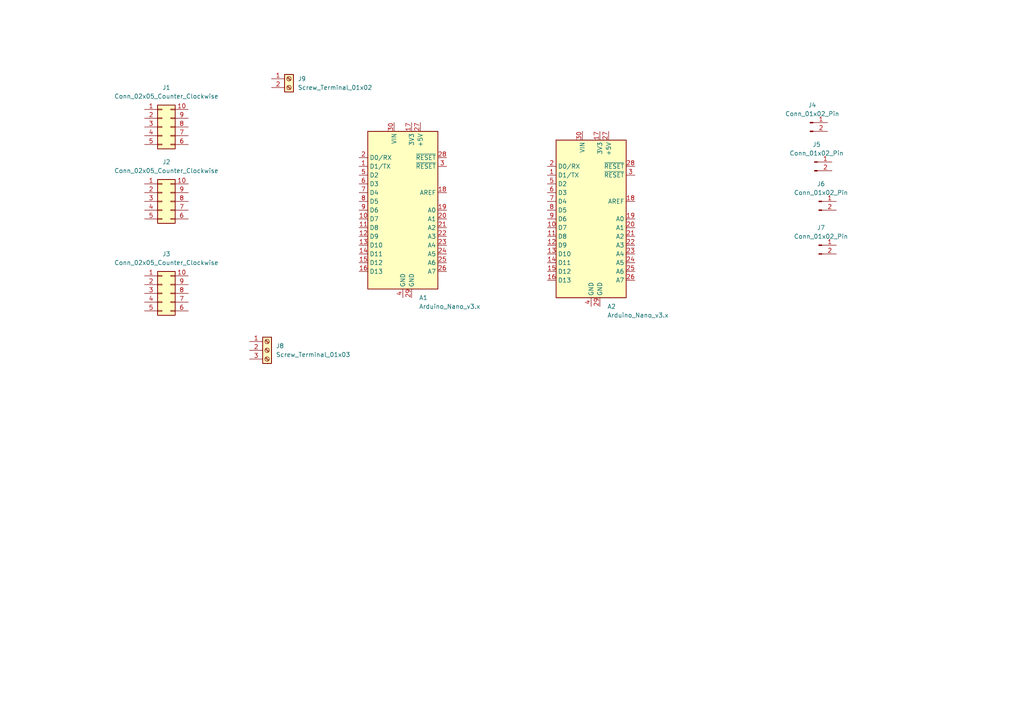
<source format=kicad_sch>
(kicad_sch (version 20250114) (generator "eeschema") (generator_version "9.0")
  (paper "A4")
  (lib_symbols
    (symbol "Connector:Conn_01x02_Pin" (pin_names (offset 1.016) (hide yes))
      (property "Reference" "J" (at 0 2.54 0))
      (property "Value" "Conn_01x02_Pin" (at 0 -5.08 0))
      (symbol "Conn_01x02_Pin_1_1"
        (rectangle (start 0.8636 0.127) (end 0 -0.127) (stroke (width 0.1524)) (fill (type outline)))
        (rectangle (start 0.8636 -2.413) (end 0 -2.667) (stroke (width 0.1524)) (fill (type outline)))
        (polyline (pts (xy 1.27 0) (xy 0.8636 0)) (stroke (width 0.1524)))
        (polyline (pts (xy 1.27 -2.54) (xy 0.8636 -2.54)) (stroke (width 0.1524)))
        (pin passive line (at 5.08 0 180) (length 3.81) (name "Pin_1") (number "1"))
        (pin passive line (at 5.08 -2.54 180) (length 3.81) (name "Pin_2") (number "2"))
      )
    )
    (symbol "Connector:Screw_Terminal_01x02" (pin_names (offset 1.016) (hide yes))
      (property "Reference" "J" (at 0 2.54 0))
      (property "Value" "Screw_Terminal_01x02" (at 0 -5.08 0))
      (symbol "Screw_Terminal_01x02_1_1"
        (rectangle (start -1.27 1.27) (end 1.27 -3.81) (stroke (width 0.254)) (fill (type background)))
        (polyline (pts (xy -0.5334 0.3302) (xy 0.3302 -0.508)) (stroke (width 0.1524)))
        (polyline (pts (xy -0.5334 -2.2098) (xy 0.3302 -3.048)) (stroke (width 0.1524)))
        (polyline (pts (xy -0.3556 0.508) (xy 0.508 -0.3302)) (stroke (width 0.1524)))
        (polyline (pts (xy -0.3556 -2.032) (xy 0.508 -2.8702)) (stroke (width 0.1524)))
        (circle (center 0 0) (radius 0.635) (stroke (width 0.1524)))
        (circle (center 0 -2.54) (radius 0.635) (stroke (width 0.1524)))
        (pin passive line (at -5.08 0 0) (length 3.81) (name "Pin_1") (number "1"))
        (pin passive line (at -5.08 -2.54 0) (length 3.81) (name "Pin_2") (number "2"))
      )
    )
    (symbol "Connector:Screw_Terminal_01x03" (pin_names (offset 1.016) (hide yes))
      (property "Reference" "J" (at 0 5.08 0))
      (property "Value" "Screw_Terminal_01x03" (at 0 -5.08 0))
      (symbol "Screw_Terminal_01x03_1_1"
        (rectangle (start -1.27 3.81) (end 1.27 -3.81) (stroke (width 0.254)) (fill (type background)))
        (polyline (pts (xy -0.5334 2.8702) (xy 0.3302 2.032)) (stroke (width 0.1524)))
        (polyline (pts (xy -0.5334 0.3302) (xy 0.3302 -0.508)) (stroke (width 0.1524)))
        (polyline (pts (xy -0.5334 -2.2098) (xy 0.3302 -3.048)) (stroke (width 0.1524)))
        (polyline (pts (xy -0.3556 3.048) (xy 0.508 2.2098)) (stroke (width 0.1524)))
        (polyline (pts (xy -0.3556 0.508) (xy 0.508 -0.3302)) (stroke (width 0.1524)))
        (polyline (pts (xy -0.3556 -2.032) (xy 0.508 -2.8702)) (stroke (width 0.1524)))
        (circle (center 0 2.54) (radius 0.635) (stroke (width 0.1524)))
        (circle (center 0 0) (radius 0.635) (stroke (width 0.1524)))
        (circle (center 0 -2.54) (radius 0.635) (stroke (width 0.1524)))
        (pin passive line (at -5.08 2.54 0) (length 3.81) (name "Pin_1") (number "1"))
        (pin passive line (at -5.08 0 0) (length 3.81) (name "Pin_2") (number "2"))
        (pin passive line (at -5.08 -2.54 0) (length 3.81) (name "Pin_3") (number "3"))
      )
    )
    (symbol "Connector_Generic:Conn_02x05_Counter_Clockwise" (pin_names (offset 1.016) (hide yes))
      (property "Reference" "J" (at 1.27 7.62 0))
      (property "Value" "Conn_02x05_Counter_Clockwise" (at 1.27 -7.62 0))
      (symbol "Conn_02x05_Counter_Clockwise_1_1"
        (rectangle (start -1.27 6.35) (end 3.81 -6.35) (stroke (width 0.254)) (fill (type background)))
        (rectangle (start -1.27 5.207) (end 0 4.953) (stroke (width 0.1524)))
        (rectangle (start -1.27 2.667) (end 0 2.413) (stroke (width 0.1524)))
        (rectangle (start -1.27 0.127) (end 0 -0.127) (stroke (width 0.1524)))
        (rectangle (start -1.27 -2.413) (end 0 -2.667) (stroke (width 0.1524)))
        (rectangle (start -1.27 -4.953) (end 0 -5.207) (stroke (width 0.1524)))
        (rectangle (start 3.81 5.207) (end 2.54 4.953) (stroke (width 0.1524)))
        (rectangle (start 3.81 2.667) (end 2.54 2.413) (stroke (width 0.1524)))
        (rectangle (start 3.81 0.127) (end 2.54 -0.127) (stroke (width 0.1524)))
        (rectangle (start 3.81 -2.413) (end 2.54 -2.667) (stroke (width 0.1524)))
        (rectangle (start 3.81 -4.953) (end 2.54 -5.207) (stroke (width 0.1524)))
        (pin passive line (at -5.08 5.08 0) (length 3.81) (name "Pin_1") (number "1"))
        (pin passive line (at -5.08 2.54 0) (length 3.81) (name "Pin_2") (number "2"))
        (pin passive line (at -5.08 0 0) (length 3.81) (name "Pin_3") (number "3"))
        (pin passive line (at -5.08 -2.54 0) (length 3.81) (name "Pin_4") (number "4"))
        (pin passive line (at -5.08 -5.08 0) (length 3.81) (name "Pin_5") (number "5"))
        (pin passive line (at 7.62 5.08 180) (length 3.81) (name "Pin_10") (number "10"))
        (pin passive line (at 7.62 2.54 180) (length 3.81) (name "Pin_9") (number "9"))
        (pin passive line (at 7.62 0 180) (length 3.81) (name "Pin_8") (number "8"))
        (pin passive line (at 7.62 -2.54 180) (length 3.81) (name "Pin_7") (number "7"))
        (pin passive line (at 7.62 -5.08 180) (length 3.81) (name "Pin_6") (number "6"))
      )
    )
    (symbol "MCU_Module:Arduino_Nano_v3.x"
      (property "Reference" "A" (at -10.16 23.495 0))
      (property "Value" "Arduino_Nano_v3.x" (at 5.08 -24.13 0))
      (symbol "Arduino_Nano_v3.x_0_1"
        (rectangle (start -10.16 22.86) (end 10.16 -22.86) (stroke (width 0.254)) (fill (type background)))
      )
      (symbol "Arduino_Nano_v3.x_1_1"
        (pin bidirectional line (at -12.7 15.24 0) (length 2.54) (name "D0/RX") (number "2"))
        (pin bidirectional line (at -12.7 12.7 0) (length 2.54) (name "D1/TX") (number "1"))
        (pin bidirectional line (at -12.7 10.16 0) (length 2.54) (name "D2") (number "5"))
        (pin bidirectional line (at -12.7 7.62 0) (length 2.54) (name "D3") (number "6"))
        (pin bidirectional line (at -12.7 5.08 0) (length 2.54) (name "D4") (number "7"))
        (pin bidirectional line (at -12.7 2.54 0) (length 2.54) (name "D5") (number "8"))
        (pin bidirectional line (at -12.7 0 0) (length 2.54) (name "D6") (number "9"))
        (pin bidirectional line (at -12.7 -2.54 0) (length 2.54) (name "D7") (number "10"))
        (pin bidirectional line (at -12.7 -5.08 0) (length 2.54) (name "D8") (number "11"))
        (pin bidirectional line (at -12.7 -7.62 0) (length 2.54) (name "D9") (number "12"))
        (pin bidirectional line (at -12.7 -10.16 0) (length 2.54) (name "D10") (number "13"))
        (pin bidirectional line (at -12.7 -12.7 0) (length 2.54) (name "D11") (number "14"))
        (pin bidirectional line (at -12.7 -15.24 0) (length 2.54) (name "D12") (number "15"))
        (pin bidirectional line (at -12.7 -17.78 0) (length 2.54) (name "D13") (number "16"))
        (pin power_in line (at -2.54 25.4 270) (length 2.54) (name "VIN") (number "30"))
        (pin power_in line (at 0 -25.4 90) (length 2.54) (name "GND") (number "4"))
        (pin power_out line (at 2.54 25.4 270) (length 2.54) (name "3V3") (number "17"))
        (pin power_in line (at 2.54 -25.4 90) (length 2.54) (name "GND") (number "29"))
        (pin power_out line (at 5.08 25.4 270) (length 2.54) (name "+5V") (number "27"))
        (pin input line (at 12.7 15.24 180) (length 2.54) (name "~{RESET}") (number "28"))
        (pin input line (at 12.7 12.7 180) (length 2.54) (name "~{RESET}") (number "3"))
        (pin input line (at 12.7 5.08 180) (length 2.54) (name "AREF") (number "18"))
        (pin bidirectional line (at 12.7 0 180) (length 2.54) (name "A0") (number "19"))
        (pin bidirectional line (at 12.7 -2.54 180) (length 2.54) (name "A1") (number "20"))
        (pin bidirectional line (at 12.7 -5.08 180) (length 2.54) (name "A2") (number "21"))
        (pin bidirectional line (at 12.7 -7.62 180) (length 2.54) (name "A3") (number "22"))
        (pin bidirectional line (at 12.7 -10.16 180) (length 2.54) (name "A4") (number "23"))
        (pin bidirectional line (at 12.7 -12.7 180) (length 2.54) (name "A5") (number "24"))
        (pin bidirectional line (at 12.7 -15.24 180) (length 2.54) (name "A6") (number "25"))
        (pin bidirectional line (at 12.7 -17.78 180) (length 2.54) (name "A7") (number "26"))
      )
    )
  )
  (symbol (lib_id "Connector:Conn_01x02_Pin") (at 234.95 35.56 0) (unit 1)
    (property "Reference" "J4" (at 235.585 30.48 0))
    (property "Value" "Conn_01x02_Pin" (at 235.585 33.02 0))
    (property "Footprint" "Connector_PinHeader_2.54mm:PinHeader_1x02_P2.54mm_Vertical" (effects (hide yes)))
    (property "Description" "Generic connector, single row, 01x02, script generated" (effects (hide yes)))
  )
  (symbol (lib_id "MCU_Module:Arduino_Nano_v3.x") (at 116.84 60.96 0) (unit 1)
    (property "Reference" "A1" (at 121.5233 86.36 0) (effects (justify left)))
    (property "Value" "Arduino_Nano_v3.x" (at 121.5233 88.9 0) (effects (justify left)))
    (property "Footprint" "Module:Arduino_Nano" (effects (hide yes)))
    (property "Datasheet" "http://www.mouser.com/pdfdocs/Gravitech_Arduino_Nano3_0.pdf" (effects (hide yes)))
    (property "Description" "Arduino Nano v3.x" (effects (hide yes)))
  )
  (symbol (lib_id "Connector:Screw_Terminal_01x03") (at 77.47 101.6 0) (unit 1)
    (property "Reference" "J8" (at 80.01 100.3299 0) (effects (justify left)))
    (property "Value" "Screw_Terminal_01x03" (at 80.01 102.8699 0) (effects (justify left)))
    (property "Footprint" "TerminalBlock_Phoenix:TerminalBlock_Phoenix_MPT-0,5-3-2.54_1x03_P2.54mm_Horizontal" (effects (hide yes)))
    (property "Description" "Generic screw terminal, single row, 01x03, script generated (kicad-library-utils/schlib/autogen/connector/)" (effects (hide yes)))
  )
  (symbol (lib_id "Connector_Generic:Conn_02x05_Counter_Clockwise") (at 46.99 85.09 0) (unit 1)
    (property "Reference" "J3" (at 48.26 73.66 0))
    (property "Value" "Conn_02x05_Counter_Clockwise" (at 48.26 76.2 0))
    (property "Footprint" "Connector_IDC:IDC-Header_2x05_P2.54mm_Vertical" (effects (hide yes)))
    (property "Description" "Generic connector, double row, 02x05, counter clockwise pin numbering scheme (similar to DIP package numbering), script generated (kicad-library-utils/schlib/autogen/connector/)" (effects (hide yes)))
  )
  (symbol (lib_id "Connector:Conn_01x02_Pin") (at 237.49 71.12 0) (unit 1)
    (property "Reference" "J7" (at 238.125 66.04 0))
    (property "Value" "Conn_01x02_Pin" (at 238.125 68.58 0))
    (property "Footprint" "Connector_PinHeader_2.54mm:PinHeader_1x02_P2.54mm_Vertical" (effects (hide yes)))
    (property "Description" "Generic connector, single row, 01x02, script generated" (effects (hide yes)))
  )
  (symbol (lib_id "Connector:Conn_01x02_Pin") (at 236.22 46.99 0) (unit 1)
    (property "Reference" "J5" (at 236.855 41.91 0))
    (property "Value" "Conn_01x02_Pin" (at 236.855 44.45 0))
    (property "Footprint" "Connector_PinHeader_2.54mm:PinHeader_1x02_P2.54mm_Vertical" (effects (hide yes)))
    (property "Description" "Generic connector, single row, 01x02, script generated" (effects (hide yes)))
  )
  (symbol (lib_id "Connector:Conn_01x02_Pin") (at 237.49 58.42 0) (unit 1)
    (property "Reference" "J6" (at 238.125 53.34 0))
    (property "Value" "Conn_01x02_Pin" (at 238.125 55.88 0))
    (property "Footprint" "Connector_PinHeader_2.54mm:PinHeader_1x02_P2.54mm_Vertical" (effects (hide yes)))
    (property "Description" "Generic connector, single row, 01x02, script generated" (effects (hide yes)))
  )
  (symbol (lib_id "MCU_Module:Arduino_Nano_v3.x") (at 171.45 63.5 0) (unit 1)
    (property "Reference" "A2" (at 176.1333 88.9 0) (effects (justify left)))
    (property "Value" "Arduino_Nano_v3.x" (at 176.1333 91.44 0) (effects (justify left)))
    (property "Footprint" "Module:Arduino_Nano" (effects (hide yes)))
    (property "Datasheet" "http://www.mouser.com/pdfdocs/Gravitech_Arduino_Nano3_0.pdf" (effects (hide yes)))
    (property "Description" "Arduino Nano v3.x" (effects (hide yes)))
  )
  (symbol (lib_id "Connector_Generic:Conn_02x05_Counter_Clockwise") (at 46.99 58.42 0) (unit 1)
    (property "Reference" "J2" (at 48.26 46.99 0))
    (property "Value" "Conn_02x05_Counter_Clockwise" (at 48.26 49.53 0))
    (property "Footprint" "Connector_IDC:IDC-Header_2x05_P2.54mm_Vertical" (effects (hide yes)))
    (property "Description" "Generic connector, double row, 02x05, counter clockwise pin numbering scheme (similar to DIP package numbering), script generated (kicad-library-utils/schlib/autogen/connector/)" (effects (hide yes)))
  )
  (symbol (lib_id "Connector_Generic:Conn_02x05_Counter_Clockwise") (at 46.99 36.83 0) (unit 1)
    (property "Reference" "J1" (at 48.26 25.4 0))
    (property "Value" "Conn_02x05_Counter_Clockwise" (at 48.26 27.94 0))
    (property "Footprint" "Connector_IDC:IDC-Header_2x05_P2.54mm_Vertical" (effects (hide yes)))
    (property "Description" "Generic connector, double row, 02x05, counter clockwise pin numbering scheme (similar to DIP package numbering), script generated (kicad-library-utils/schlib/autogen/connector/)" (effects (hide yes)))
  )
  (symbol (lib_id "Connector:Screw_Terminal_01x02") (at 83.82 22.86 0) (unit 1)
    (property "Reference" "J9" (at 86.36 22.8599 0) (effects (justify left)))
    (property "Value" "Screw_Terminal_01x02" (at 86.36 25.3999 0) (effects (justify left)))
    (property "Footprint" "TerminalBlock_Phoenix:TerminalBlock_Phoenix_MPT-0,5-2-2.54_1x02_P2.54mm_Horizontal" (effects (hide yes)))
    (property "Description" "Generic screw terminal, single row, 01x02, script generated (kicad-library-utils/schlib/autogen/connector/)" (effects (hide yes)))
  )
)
</source>
